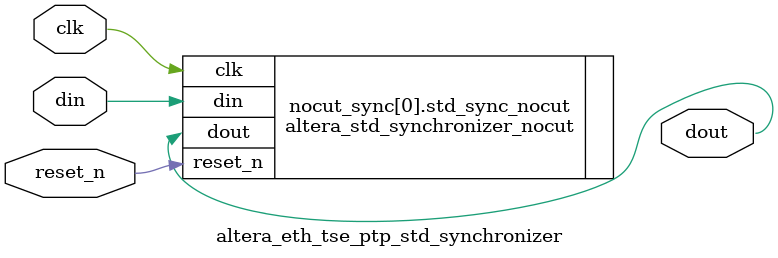
<source format=v>


`timescale 1ns / 1ns

module altera_eth_tse_ptp_std_synchronizer #(
    parameter width = 1,
    parameter depth = 3
) (
    input   clk,
    input   reset_n,
    input   [width-1:0] din,
    output  [width-1:0] dout
);

genvar i;
generate
for (i = 0; i < width; i = i + 1) begin: nocut_sync    
    altera_std_synchronizer_nocut #(
        .depth(depth)
    ) std_sync_nocut (
        .clk        (clk),
        .reset_n    (reset_n),
        .din        (din[i]),
        .dout       (dout[i])
    );
end    
endgenerate
    
endmodule

</source>
